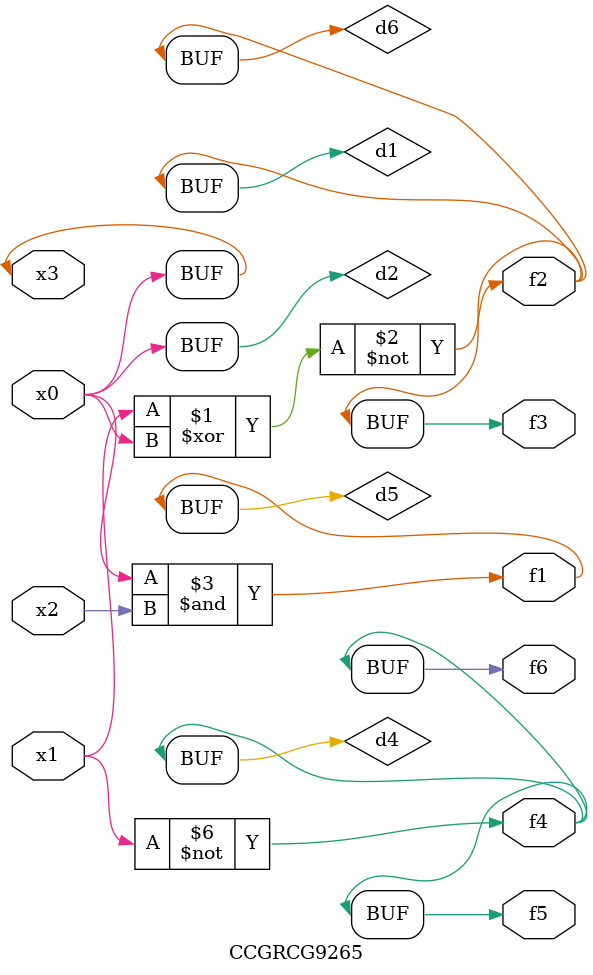
<source format=v>
module CCGRCG9265(
	input x0, x1, x2, x3,
	output f1, f2, f3, f4, f5, f6
);

	wire d1, d2, d3, d4, d5, d6;

	xnor (d1, x1, x3);
	buf (d2, x0, x3);
	nand (d3, x0, x2);
	not (d4, x1);
	nand (d5, d3);
	or (d6, d1);
	assign f1 = d5;
	assign f2 = d6;
	assign f3 = d6;
	assign f4 = d4;
	assign f5 = d4;
	assign f6 = d4;
endmodule

</source>
